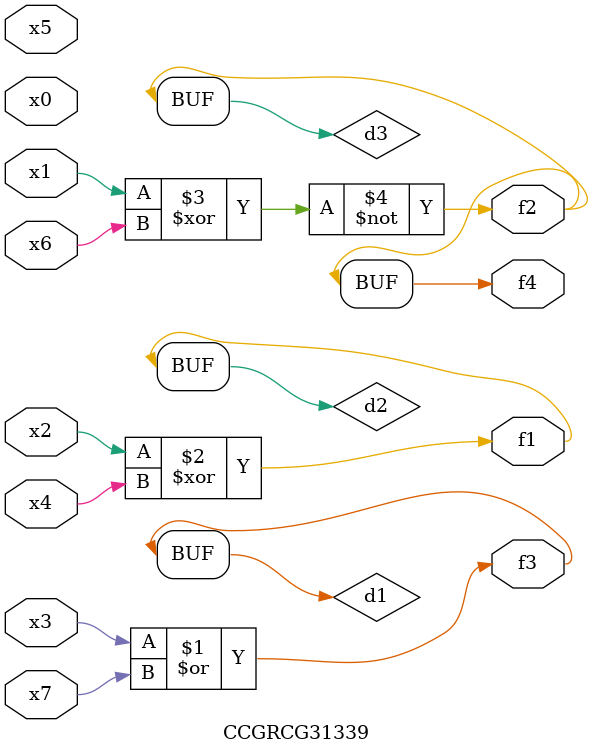
<source format=v>
module CCGRCG31339(
	input x0, x1, x2, x3, x4, x5, x6, x7,
	output f1, f2, f3, f4
);

	wire d1, d2, d3;

	or (d1, x3, x7);
	xor (d2, x2, x4);
	xnor (d3, x1, x6);
	assign f1 = d2;
	assign f2 = d3;
	assign f3 = d1;
	assign f4 = d3;
endmodule

</source>
